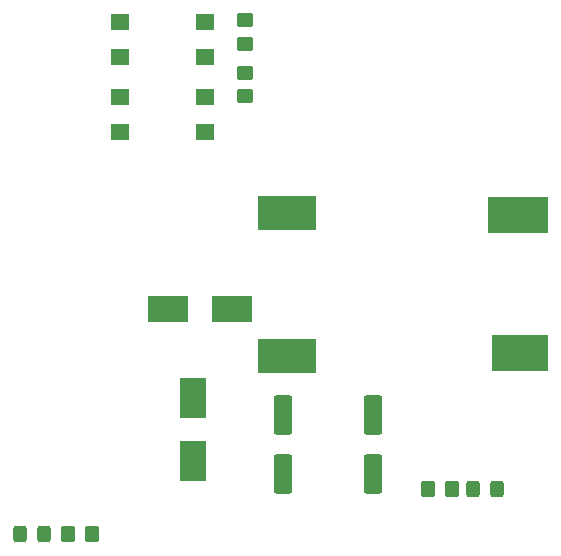
<source format=gtp>
G04 #@! TF.GenerationSoftware,KiCad,Pcbnew,6.0.7-f9a2dced07~116~ubuntu20.04.1*
G04 #@! TF.CreationDate,2022-08-24T23:56:41+08:00*
G04 #@! TF.ProjectId,arduino_can_bus_shield_v2.1,61726475-696e-46f5-9f63-616e5f627573,rev?*
G04 #@! TF.SameCoordinates,Original*
G04 #@! TF.FileFunction,Paste,Top*
G04 #@! TF.FilePolarity,Positive*
%FSLAX46Y46*%
G04 Gerber Fmt 4.6, Leading zero omitted, Abs format (unit mm)*
G04 Created by KiCad (PCBNEW 6.0.7-f9a2dced07~116~ubuntu20.04.1) date 2022-08-24 23:56:41*
%MOMM*%
%LPD*%
G01*
G04 APERTURE LIST*
G04 Aperture macros list*
%AMRoundRect*
0 Rectangle with rounded corners*
0 $1 Rounding radius*
0 $2 $3 $4 $5 $6 $7 $8 $9 X,Y pos of 4 corners*
0 Add a 4 corners polygon primitive as box body*
4,1,4,$2,$3,$4,$5,$6,$7,$8,$9,$2,$3,0*
0 Add four circle primitives for the rounded corners*
1,1,$1+$1,$2,$3*
1,1,$1+$1,$4,$5*
1,1,$1+$1,$6,$7*
1,1,$1+$1,$8,$9*
0 Add four rect primitives between the rounded corners*
20,1,$1+$1,$2,$3,$4,$5,0*
20,1,$1+$1,$4,$5,$6,$7,0*
20,1,$1+$1,$6,$7,$8,$9,0*
20,1,$1+$1,$8,$9,$2,$3,0*%
G04 Aperture macros list end*
%ADD10RoundRect,0.250000X-0.450000X0.350000X-0.450000X-0.350000X0.450000X-0.350000X0.450000X0.350000X0*%
%ADD11RoundRect,0.250000X-0.350000X-0.450000X0.350000X-0.450000X0.350000X0.450000X-0.350000X0.450000X0*%
%ADD12RoundRect,0.250000X-0.325000X-0.450000X0.325000X-0.450000X0.325000X0.450000X-0.325000X0.450000X0*%
%ADD13R,1.600000X1.400000*%
%ADD14RoundRect,0.250000X-0.550000X1.412500X-0.550000X-1.412500X0.550000X-1.412500X0.550000X1.412500X0*%
%ADD15RoundRect,0.250000X0.450000X-0.350000X0.450000X0.350000X-0.450000X0.350000X-0.450000X-0.350000X0*%
%ADD16R,2.300000X3.500000*%
%ADD17R,5.020000X2.940000*%
%ADD18R,4.826000X3.048000*%
%ADD19R,5.118000X3.070000*%
%ADD20RoundRect,0.250000X0.350000X0.450000X-0.350000X0.450000X-0.350000X-0.450000X0.350000X-0.450000X0*%
%ADD21RoundRect,0.250000X0.325000X0.450000X-0.325000X0.450000X-0.325000X-0.450000X0.325000X-0.450000X0*%
%ADD22R,3.500000X2.300000*%
G04 APERTURE END LIST*
D10*
X137465000Y-53915000D03*
X137465000Y-55915000D03*
D11*
X152975000Y-93650000D03*
X154975000Y-93650000D03*
D12*
X118415000Y-97460000D03*
X120465000Y-97460000D03*
D13*
X134080000Y-60400000D03*
X126880000Y-60400000D03*
X134080000Y-63400000D03*
X126880000Y-63400000D03*
X126880000Y-54050000D03*
X134080000Y-54050000D03*
X126880000Y-57050000D03*
X134080000Y-57050000D03*
D14*
X148260000Y-87302500D03*
X148260000Y-92377500D03*
X140640000Y-87302500D03*
X140640000Y-92377500D03*
D15*
X137465000Y-60360000D03*
X137465000Y-58360000D03*
D16*
X133020000Y-85870000D03*
X133020000Y-91270000D03*
D17*
X140991000Y-82317750D03*
X140991000Y-70233750D03*
D18*
X160706000Y-82117750D03*
D19*
X160560000Y-70422750D03*
D20*
X124495000Y-97460000D03*
X122495000Y-97460000D03*
D21*
X158810000Y-93650000D03*
X156760000Y-93650000D03*
D22*
X136355000Y-78410000D03*
X130955000Y-78410000D03*
M02*

</source>
